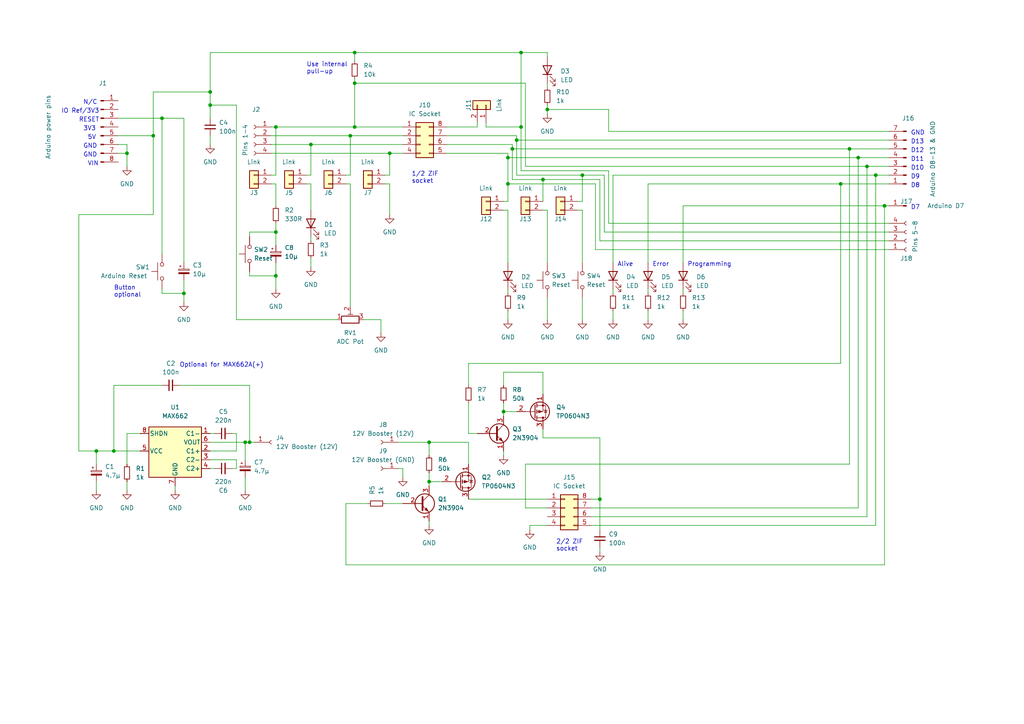
<source format=kicad_sch>
(kicad_sch (version 20211123) (generator eeschema)
  (paper "A4")
  (lib_symbols
    (symbol "Connector:Conn_01x01_Female" (pin_names (offset 1.016) hide)
      (property "Reference" "J" (at 0 2.54 0))
      (property "Value" "Conn_01x01_Female" (at 0 -2.54 0))
      (symbol "Conn_01x01_Female_1_1"
        (polyline (pts (xy -1.27 0) (xy -0.508 0)) (stroke (width 0.1524)))
        (arc (start 0 0.508) (mid -0.508 0) (end 0 -0.508) (stroke (width 0.1524)))
        (pin passive line (at -5.08 0 0) (length 3.81) (name "Pin_1") (number "1"))
      )
    )
    (symbol "Connector:Conn_01x01_Male" (pin_names (offset 1.016) hide)
      (property "Reference" "J" (at 0 2.54 0))
      (property "Value" "Conn_01x01_Male" (at 0 -2.54 0))
      (symbol "Conn_01x01_Male_1_1"
        (polyline (pts (xy 1.27 0) (xy 0.8636 0)) (stroke (width 0.1524)))
        (rectangle (start 0.8636 0.127) (end 0 -0.127) (stroke (width 0.1524)) (fill (type outline)))
        (pin passive line (at 5.08 0 180) (length 3.81) (name "Pin_1") (number "1"))
      )
    )
    (symbol "Connector:Conn_01x04_Female" (pin_names (offset 1.016) hide)
      (property "Reference" "J" (at 0 5.08 0))
      (property "Value" "Conn_01x04_Female" (at 0 -7.62 0))
      (symbol "Conn_01x04_Female_1_1"
        (arc (start 0 -4.572) (mid -0.508 -5.08) (end 0 -5.588) (stroke (width 0.1524)))
        (arc (start 0 -2.032) (mid -0.508 -2.54) (end 0 -3.048) (stroke (width 0.1524)))
        (polyline (pts (xy -1.27 -5.08) (xy -0.508 -5.08)) (stroke (width 0.1524)))
        (polyline (pts (xy -1.27 -2.54) (xy -0.508 -2.54)) (stroke (width 0.1524)))
        (polyline (pts (xy -1.27 0) (xy -0.508 0)) (stroke (width 0.1524)))
        (polyline (pts (xy -1.27 2.54) (xy -0.508 2.54)) (stroke (width 0.1524)))
        (arc (start 0 0.508) (mid -0.508 0) (end 0 -0.508) (stroke (width 0.1524)))
        (arc (start 0 3.048) (mid -0.508 2.54) (end 0 2.032) (stroke (width 0.1524)))
        (pin passive line (at -5.08 2.54 0) (length 3.81) (name "Pin_1") (number "1"))
        (pin passive line (at -5.08 0 0) (length 3.81) (name "Pin_2") (number "2"))
        (pin passive line (at -5.08 -2.54 0) (length 3.81) (name "Pin_3") (number "3"))
        (pin passive line (at -5.08 -5.08 0) (length 3.81) (name "Pin_4") (number "4"))
      )
    )
    (symbol "Connector:Conn_01x07_Male" (pin_names (offset 1.016) hide)
      (property "Reference" "J" (at 0 10.16 0))
      (property "Value" "Conn_01x07_Male" (at 0 -10.16 0))
      (symbol "Conn_01x07_Male_1_1"
        (polyline (pts (xy 1.27 -7.62) (xy 0.8636 -7.62)) (stroke (width 0.1524)))
        (polyline (pts (xy 1.27 -5.08) (xy 0.8636 -5.08)) (stroke (width 0.1524)))
        (polyline (pts (xy 1.27 -2.54) (xy 0.8636 -2.54)) (stroke (width 0.1524)))
        (polyline (pts (xy 1.27 0) (xy 0.8636 0)) (stroke (width 0.1524)))
        (polyline (pts (xy 1.27 2.54) (xy 0.8636 2.54)) (stroke (width 0.1524)))
        (polyline (pts (xy 1.27 5.08) (xy 0.8636 5.08)) (stroke (width 0.1524)))
        (polyline (pts (xy 1.27 7.62) (xy 0.8636 7.62)) (stroke (width 0.1524)))
        (rectangle (start 0.8636 -7.493) (end 0 -7.747) (stroke (width 0.1524)) (fill (type outline)))
        (rectangle (start 0.8636 -4.953) (end 0 -5.207) (stroke (width 0.1524)) (fill (type outline)))
        (rectangle (start 0.8636 -2.413) (end 0 -2.667) (stroke (width 0.1524)) (fill (type outline)))
        (rectangle (start 0.8636 0.127) (end 0 -0.127) (stroke (width 0.1524)) (fill (type outline)))
        (rectangle (start 0.8636 2.667) (end 0 2.413) (stroke (width 0.1524)) (fill (type outline)))
        (rectangle (start 0.8636 5.207) (end 0 4.953) (stroke (width 0.1524)) (fill (type outline)))
        (rectangle (start 0.8636 7.747) (end 0 7.493) (stroke (width 0.1524)) (fill (type outline)))
        (pin passive line (at 5.08 7.62 180) (length 3.81) (name "Pin_1") (number "1"))
        (pin passive line (at 5.08 5.08 180) (length 3.81) (name "Pin_2") (number "2"))
        (pin passive line (at 5.08 2.54 180) (length 3.81) (name "Pin_3") (number "3"))
        (pin passive line (at 5.08 0 180) (length 3.81) (name "Pin_4") (number "4"))
        (pin passive line (at 5.08 -2.54 180) (length 3.81) (name "Pin_5") (number "5"))
        (pin passive line (at 5.08 -5.08 180) (length 3.81) (name "Pin_6") (number "6"))
        (pin passive line (at 5.08 -7.62 180) (length 3.81) (name "Pin_7") (number "7"))
      )
    )
    (symbol "Connector:Conn_01x08_Male" (pin_names (offset 1.016) hide)
      (property "Reference" "J" (at 0 10.16 0))
      (property "Value" "Conn_01x08_Male" (at 0 -12.7 0))
      (symbol "Conn_01x08_Male_1_1"
        (polyline (pts (xy 1.27 -10.16) (xy 0.8636 -10.16)) (stroke (width 0.1524)))
        (polyline (pts (xy 1.27 -7.62) (xy 0.8636 -7.62)) (stroke (width 0.1524)))
        (polyline (pts (xy 1.27 -5.08) (xy 0.8636 -5.08)) (stroke (width 0.1524)))
        (polyline (pts (xy 1.27 -2.54) (xy 0.8636 -2.54)) (stroke (width 0.1524)))
        (polyline (pts (xy 1.27 0) (xy 0.8636 0)) (stroke (width 0.1524)))
        (polyline (pts (xy 1.27 2.54) (xy 0.8636 2.54)) (stroke (width 0.1524)))
        (polyline (pts (xy 1.27 5.08) (xy 0.8636 5.08)) (stroke (width 0.1524)))
        (polyline (pts (xy 1.27 7.62) (xy 0.8636 7.62)) (stroke (width 0.1524)))
        (rectangle (start 0.8636 -10.033) (end 0 -10.287) (stroke (width 0.1524)) (fill (type outline)))
        (rectangle (start 0.8636 -7.493) (end 0 -7.747) (stroke (width 0.1524)) (fill (type outline)))
        (rectangle (start 0.8636 -4.953) (end 0 -5.207) (stroke (width 0.1524)) (fill (type outline)))
        (rectangle (start 0.8636 -2.413) (end 0 -2.667) (stroke (width 0.1524)) (fill (type outline)))
        (rectangle (start 0.8636 0.127) (end 0 -0.127) (stroke (width 0.1524)) (fill (type outline)))
        (rectangle (start 0.8636 2.667) (end 0 2.413) (stroke (width 0.1524)) (fill (type outline)))
        (rectangle (start 0.8636 5.207) (end 0 4.953) (stroke (width 0.1524)) (fill (type outline)))
        (rectangle (start 0.8636 7.747) (end 0 7.493) (stroke (width 0.1524)) (fill (type outline)))
        (pin passive line (at 5.08 7.62 180) (length 3.81) (name "Pin_1") (number "1"))
        (pin passive line (at 5.08 5.08 180) (length 3.81) (name "Pin_2") (number "2"))
        (pin passive line (at 5.08 2.54 180) (length 3.81) (name "Pin_3") (number "3"))
        (pin passive line (at 5.08 0 180) (length 3.81) (name "Pin_4") (number "4"))
        (pin passive line (at 5.08 -2.54 180) (length 3.81) (name "Pin_5") (number "5"))
        (pin passive line (at 5.08 -5.08 180) (length 3.81) (name "Pin_6") (number "6"))
        (pin passive line (at 5.08 -7.62 180) (length 3.81) (name "Pin_7") (number "7"))
        (pin passive line (at 5.08 -10.16 180) (length 3.81) (name "Pin_8") (number "8"))
      )
    )
    (symbol "Connector_Generic:Conn_01x02" (pin_names (offset 1.016) hide)
      (property "Reference" "J" (at 0 2.54 0))
      (property "Value" "Conn_01x02" (at 0 -5.08 0))
      (symbol "Conn_01x02_1_1"
        (rectangle (start -1.27 -2.413) (end 0 -2.667) (stroke (width 0.1524)))
        (rectangle (start -1.27 0.127) (end 0 -0.127) (stroke (width 0.1524)))
        (rectangle (start -1.27 1.27) (end 1.27 -3.81) (stroke (width 0.254)) (fill (type background)))
        (pin passive line (at -5.08 0 0) (length 3.81) (name "Pin_1") (number "1"))
        (pin passive line (at -5.08 -2.54 0) (length 3.81) (name "Pin_2") (number "2"))
      )
    )
    (symbol "Connector_Generic:Conn_02x04_Counter_Clockwise" (pin_names (offset 1.016) hide)
      (property "Reference" "J" (at 1.27 5.08 0))
      (property "Value" "Conn_02x04_Counter_Clockwise" (at 1.27 -7.62 0))
      (symbol "Conn_02x04_Counter_Clockwise_1_1"
        (rectangle (start -1.27 -4.953) (end 0 -5.207) (stroke (width 0.1524)))
        (rectangle (start -1.27 -2.413) (end 0 -2.667) (stroke (width 0.1524)))
        (rectangle (start -1.27 0.127) (end 0 -0.127) (stroke (width 0.1524)))
        (rectangle (start -1.27 2.667) (end 0 2.413) (stroke (width 0.1524)))
        (rectangle (start -1.27 3.81) (end 3.81 -6.35) (stroke (width 0.254)) (fill (type background)))
        (rectangle (start 3.81 -4.953) (end 2.54 -5.207) (stroke (width 0.1524)))
        (rectangle (start 3.81 -2.413) (end 2.54 -2.667) (stroke (width 0.1524)))
        (rectangle (start 3.81 0.127) (end 2.54 -0.127) (stroke (width 0.1524)))
        (rectangle (start 3.81 2.667) (end 2.54 2.413) (stroke (width 0.1524)))
        (pin passive line (at -5.08 2.54 0) (length 3.81) (name "Pin_1") (number "1"))
        (pin passive line (at -5.08 0 0) (length 3.81) (name "Pin_2") (number "2"))
        (pin passive line (at -5.08 -2.54 0) (length 3.81) (name "Pin_3") (number "3"))
        (pin passive line (at -5.08 -5.08 0) (length 3.81) (name "Pin_4") (number "4"))
        (pin passive line (at 7.62 -5.08 180) (length 3.81) (name "Pin_5") (number "5"))
        (pin passive line (at 7.62 -2.54 180) (length 3.81) (name "Pin_6") (number "6"))
        (pin passive line (at 7.62 0 180) (length 3.81) (name "Pin_7") (number "7"))
        (pin passive line (at 7.62 2.54 180) (length 3.81) (name "Pin_8") (number "8"))
      )
    )
    (symbol "Device:C_Polarized_Small" (pin_numbers hide) (pin_names (offset 0.254) hide)
      (property "Reference" "C" (at 0.254 1.778 0))
      (property "Value" "C_Polarized_Small" (at 0.254 -2.032 0))
      (symbol "C_Polarized_Small_0_1"
        (rectangle (start -1.524 -0.3048) (end 1.524 -0.6858) (fill (type outline)))
        (rectangle (start -1.524 0.6858) (end 1.524 0.3048))
        (polyline (pts (xy -1.27 1.524) (xy -0.762 1.524)))
        (polyline (pts (xy -1.016 1.27) (xy -1.016 1.778)))
      )
      (symbol "C_Polarized_Small_1_1"
        (pin passive line (at 0 2.54 270) (length 1.8542) (name "~") (number "1"))
        (pin passive line (at 0 -2.54 90) (length 1.8542) (name "~") (number "2"))
      )
    )
    (symbol "Device:C_Small" (pin_numbers hide) (pin_names (offset 0.254) hide)
      (property "Reference" "C" (at 0.254 1.778 0))
      (property "Value" "C_Small" (at 0.254 -2.032 0))
      (symbol "C_Small_0_1"
        (polyline (pts (xy -1.524 -0.508) (xy 1.524 -0.508)) (stroke (width 0.3302)))
        (polyline (pts (xy -1.524 0.508) (xy 1.524 0.508)) (stroke (width 0.3048)))
      )
      (symbol "C_Small_1_1"
        (pin passive line (at 0 2.54 270) (length 2.032) (name "~") (number "1"))
        (pin passive line (at 0 -2.54 90) (length 2.032) (name "~") (number "2"))
      )
    )
    (symbol "Device:LED" (pin_numbers hide) (pin_names (offset 1.016) hide)
      (property "Reference" "D" (at 0 2.54 0))
      (property "Value" "LED" (at 0 -2.54 0))
      (symbol "LED_0_1"
        (polyline (pts (xy -1.27 -1.27) (xy -1.27 1.27)) (stroke (width 0.254)))
        (polyline (pts (xy -1.27 0) (xy 1.27 0)))
        (polyline (pts (xy 1.27 -1.27) (xy 1.27 1.27) (xy -1.27 0) (xy 1.27 -1.27)) (stroke (width 0.254)))
        (polyline (pts (xy -3.048 -0.762) (xy -4.572 -2.286) (xy -3.81 -2.286) (xy -4.572 -2.286) (xy -4.572 -1.524)))
        (polyline (pts (xy -1.778 -0.762) (xy -3.302 -2.286) (xy -2.54 -2.286) (xy -3.302 -2.286) (xy -3.302 -1.524)))
      )
      (symbol "LED_1_1"
        (pin passive line (at -3.81 0 0) (length 2.54) (name "K") (number "1"))
        (pin passive line (at 3.81 0 180) (length 2.54) (name "A") (number "2"))
      )
    )
    (symbol "Device:R_Potentiometer_Trim" (pin_names (offset 1.016) hide)
      (property "Reference" "RV" (at -4.445 0 90))
      (property "Value" "R_Potentiometer_Trim" (at -2.54 0 90))
      (symbol "R_Potentiometer_Trim_0_1"
        (polyline (pts (xy 1.524 0.762) (xy 1.524 -0.762)))
        (polyline (pts (xy 2.54 0) (xy 1.524 0)))
        (rectangle (start 1.016 2.54) (end -1.016 -2.54) (stroke (width 0.254)))
      )
      (symbol "R_Potentiometer_Trim_1_1"
        (pin passive line (at 0 3.81 270) (length 1.27) (name "1") (number "1"))
        (pin passive line (at 3.81 0 180) (length 1.27) (name "2") (number "2"))
        (pin passive line (at 0 -3.81 90) (length 1.27) (name "3") (number "3"))
      )
    )
    (symbol "Device:R_Small" (pin_numbers hide) (pin_names (offset 0.254) hide)
      (property "Reference" "R" (at 0.762 0.508 0))
      (property "Value" "R_Small" (at 0.762 -1.016 0))
      (symbol "R_Small_0_1"
        (rectangle (start -0.762 1.778) (end 0.762 -1.778) (stroke (width 0.2032)))
      )
      (symbol "R_Small_1_1"
        (pin passive line (at 0 2.54 270) (length 0.762) (name "~") (number "1"))
        (pin passive line (at 0 -2.54 90) (length 0.762) (name "~") (number "2"))
      )
    )
    (symbol "Regulator_Linear:MAX662" (pin_names (offset 0.254))
      (property "Reference" "U" (at -6.35 8.255 0))
      (property "Value" "MAX662" (at 0 8.255 0))
      (symbol "MAX662_0_1"
        (rectangle (start -7.62 -7.62) (end 7.62 6.985) (stroke (width 0.254)) (fill (type background)))
      )
      (symbol "MAX662_1_1"
        (pin input line (at 10.16 5.08 180) (length 2.54) (name "C1-") (number "1"))
        (pin input line (at 10.16 0 180) (length 2.54) (name "C1+") (number "2"))
        (pin input line (at 10.16 -2.54 180) (length 2.54) (name "C2-") (number "3"))
        (pin input line (at 10.16 -5.08 180) (length 2.54) (name "C2+") (number "4"))
        (pin power_in line (at -10.16 0 0) (length 2.54) (name "VCC") (number "5"))
        (pin power_out line (at 10.16 2.54 180) (length 2.54) (name "VOUT") (number "6"))
        (pin power_in line (at 0 -10.16 90) (length 2.54) (name "GND") (number "7"))
        (pin input line (at -10.16 5.08 0) (length 2.54) (name "SHDN") (number "8"))
      )
    )
    (symbol "Switch:SW_Push" (pin_numbers hide) (pin_names (offset 1.016) hide)
      (property "Reference" "SW" (at 1.27 2.54 0))
      (property "Value" "SW_Push" (at 0 -1.524 0))
      (symbol "SW_Push_0_1"
        (circle (center -2.032 0) (radius 0.508))
        (polyline (pts (xy 0 1.27) (xy 0 3.048)))
        (polyline (pts (xy 2.54 1.27) (xy -2.54 1.27)))
        (circle (center 2.032 0) (radius 0.508))
        (pin passive line (at -5.08 0 0) (length 2.54) (name "1") (number "1"))
        (pin passive line (at 5.08 0 180) (length 2.54) (name "2") (number "2"))
      )
    )
    (symbol "Transistor_BJT:2N3904" (pin_names (offset 0) hide)
      (property "Reference" "Q" (at 5.08 1.905 0))
      (property "Value" "2N3904" (at 5.08 0 0))
      (symbol "2N3904_0_1"
        (polyline (pts (xy 0.635 0.635) (xy 2.54 2.54)))
        (polyline (pts (xy 0.635 -0.635) (xy 2.54 -2.54) (xy 2.54 -2.54)))
        (polyline (pts (xy 0.635 1.905) (xy 0.635 -1.905) (xy 0.635 -1.905)) (stroke (width 0.508)))
        (polyline (pts (xy 1.27 -1.778) (xy 1.778 -1.27) (xy 2.286 -2.286) (xy 1.27 -1.778) (xy 1.27 -1.778)) (fill (type outline)))
        (circle (center 1.27 0) (radius 2.8194) (stroke (width 0.254)))
      )
      (symbol "2N3904_1_1"
        (pin passive line (at 2.54 -5.08 90) (length 2.54) (name "E") (number "1"))
        (pin passive line (at -5.08 0 0) (length 5.715) (name "B") (number "2"))
        (pin passive line (at 2.54 5.08 270) (length 2.54) (name "C") (number "3"))
      )
    )
    (symbol "Transistor_FET:TP0610L" (pin_names hide)
      (property "Reference" "Q" (at 5.08 1.905 0))
      (property "Value" "TP0610L" (at 5.08 0 0))
      (symbol "TP0610L_0_1"
        (polyline (pts (xy 0.254 0) (xy -2.54 0)))
        (polyline (pts (xy 0.254 1.905) (xy 0.254 -1.905)) (stroke (width 0.254)))
        (polyline (pts (xy 0.762 -1.27) (xy 0.762 -2.286)) (stroke (width 0.254)))
        (polyline (pts (xy 0.762 0.508) (xy 0.762 -0.508)) (stroke (width 0.254)))
        (polyline (pts (xy 0.762 2.286) (xy 0.762 1.27)) (stroke (width 0.254)))
        (polyline (pts (xy 2.54 2.54) (xy 2.54 1.778)))
        (polyline (pts (xy 2.54 -2.54) (xy 2.54 0) (xy 0.762 0)))
        (polyline (pts (xy 0.762 1.778) (xy 3.302 1.778) (xy 3.302 -1.778) (xy 0.762 -1.778)))
        (polyline (pts (xy 2.286 0) (xy 1.27 0.381) (xy 1.27 -0.381) (xy 2.286 0)) (fill (type outline)))
        (polyline (pts (xy 2.794 -0.508) (xy 2.921 -0.381) (xy 3.683 -0.381) (xy 3.81 -0.254)))
        (polyline (pts (xy 3.302 -0.381) (xy 2.921 0.254) (xy 3.683 0.254) (xy 3.302 -0.381)))
        (circle (center 1.651 0) (radius 2.794) (stroke (width 0.254)))
        (circle (center 2.54 -1.778) (radius 0.254) (fill (type outline)))
        (circle (center 2.54 1.778) (radius 0.254) (fill (type outline)))
      )
      (symbol "TP0610L_1_1"
        (pin passive line (at 2.54 -5.08 90) (length 2.54) (name "S") (number "1"))
        (pin input line (at -5.08 0 0) (length 2.54) (name "G") (number "2"))
        (pin passive line (at 2.54 5.08 270) (length 2.54) (name "D") (number "3"))
      )
    )
    (symbol "power:GND" (power) (pin_names (offset 0))
      (property "Value" "GND" (at 0 -3.81 0))
      (symbol "GND_0_1"
        (polyline (pts (xy 0 0) (xy 0 -1.27) (xy 1.27 -1.27) (xy 0 -2.54) (xy -1.27 -1.27) (xy 0 -1.27)))
      )
      (symbol "GND_1_1"
        (pin power_in line (at 0 0 270) (length 0) hide (name "GND") (number "1"))
      )
    )
  )
  (junction (at 71.12 128.27))
  (junction (at 151.13 36.83))
  (junction (at 102.87 24.13))
  (junction (at 248.92 45.72))
  (junction (at 102.87 36.83))
  (junction (at 124.46 128.27))
  (junction (at 158.75 31.75))
  (junction (at 246.38 43.18))
  (junction (at 243.84 53.34))
  (junction (at 147.32 53.34))
  (junction (at 80.01 80.01))
  (junction (at 147.32 45.72))
  (junction (at 60.96 26.67))
  (junction (at 148.59 43.18))
  (junction (at 113.03 44.45))
  (junction (at 90.17 41.91))
  (junction (at 72.39 128.27))
  (junction (at 173.99 144.78))
  (junction (at 27.94 130.81))
  (junction (at 80.01 36.83))
  (junction (at 46.99 34.29))
  (junction (at 53.34 85.09))
  (junction (at 80.01 67.31))
  (junction (at 149.86 40.64))
  (junction (at 151.13 15.24))
  (junction (at 146.05 119.38))
  (junction (at 124.46 139.7))
  (junction (at 157.48 52.07))
  (junction (at 33.02 130.81))
  (junction (at 101.6 39.37))
  (junction (at 44.45 39.37))
  (junction (at 168.91 50.8))
  (junction (at 256.54 59.69))
  (junction (at 102.87 15.24))
  (junction (at 60.96 30.48))
  (junction (at 254 50.8))
  (junction (at 36.83 44.45))
  (junction (at 251.46 48.26))
  (wire (pts (xy 135.89 134.62) (xy 135.89 128.27)))
  (wire (pts (xy 102.87 15.24) (xy 102.87 17.78)))
  (wire (pts (xy 44.45 62.23) (xy 22.86 62.23)))
  (wire (pts (xy 60.96 130.81) (xy 68.58 130.81)))
  (wire (pts (xy 151.13 15.24) (xy 151.13 36.83)))
  (wire (pts (xy 243.84 105.41) (xy 135.89 105.41)))
  (wire (pts (xy 124.46 139.7) (xy 124.46 140.97)))
  (wire (pts (xy 60.96 15.24) (xy 60.96 26.67)))
  (wire (pts (xy 53.34 81.28) (xy 53.34 85.09)))
  (wire (pts (xy 151.13 49.53) (xy 176.53 49.53)))
  (wire (pts (xy 36.83 139.7) (xy 36.83 142.24)))
  (wire (pts (xy 149.86 50.8) (xy 149.86 40.64)))
  (wire (pts (xy 135.89 144.78) (xy 158.75 144.78)))
  (wire (pts (xy 124.46 128.27) (xy 124.46 132.08)))
  (wire (pts (xy 102.87 24.13) (xy 152.4 24.13)))
  (wire (pts (xy 257.81 59.69) (xy 256.54 59.69)))
  (wire (pts (xy 68.58 30.48) (xy 60.96 30.48)))
  (wire (pts (xy 72.39 128.27) (xy 73.66 128.27)))
  (wire (pts (xy 101.6 53.34) (xy 101.6 88.9)))
  (wire (pts (xy 147.32 53.34) (xy 172.72 53.34)))
  (wire (pts (xy 140.97 35.56) (xy 140.97 36.83)))
  (wire (pts (xy 68.58 133.35) (xy 68.58 135.89)))
  (wire (pts (xy 251.46 48.26) (xy 257.81 48.26)))
  (wire (pts (xy 129.54 44.45) (xy 147.32 44.45)))
  (wire (pts (xy 173.99 144.78) (xy 171.45 144.78)))
  (wire (pts (xy 152.4 24.13) (xy 152.4 48.26)))
  (wire (pts (xy 148.59 43.18) (xy 148.59 41.91)))
  (wire (pts (xy 105.41 92.71) (xy 110.49 92.71)))
  (wire (pts (xy 151.13 15.24) (xy 158.75 15.24)))
  (wire (pts (xy 187.96 83.82) (xy 187.96 85.09)))
  (wire (pts (xy 254 152.4) (xy 171.45 152.4)))
  (wire (pts (xy 36.83 44.45) (xy 36.83 48.26)))
  (wire (pts (xy 90.17 60.96) (xy 90.17 53.34)))
  (wire (pts (xy 246.38 43.18) (xy 246.38 134.62)))
  (wire (pts (xy 90.17 41.91) (xy 116.84 41.91)))
  (wire (pts (xy 60.96 135.89) (xy 62.23 135.89)))
  (wire (pts (xy 78.74 53.34) (xy 80.01 53.34)))
  (wire (pts (xy 158.75 60.96) (xy 157.48 60.96)))
  (wire (pts (xy 149.86 50.8) (xy 168.91 50.8)))
  (wire (pts (xy 60.96 125.73) (xy 62.23 125.73)))
  (wire (pts (xy 152.4 134.62) (xy 152.4 147.32)))
  (wire (pts (xy 80.01 76.2) (xy 80.01 80.01)))
  (wire (pts (xy 60.96 39.37) (xy 60.96 41.91)))
  (wire (pts (xy 243.84 53.34) (xy 187.96 53.34)))
  (wire (pts (xy 158.75 24.13) (xy 158.75 25.4)))
  (wire (pts (xy 80.01 80.01) (xy 72.39 80.01)))
  (wire (pts (xy 187.96 90.17) (xy 187.96 92.71)))
  (wire (pts (xy 80.01 67.31) (xy 80.01 71.12)))
  (wire (pts (xy 149.86 40.64) (xy 149.86 39.37)))
  (wire (pts (xy 140.97 36.83) (xy 151.13 36.83)))
  (wire (pts (xy 36.83 41.91) (xy 36.83 44.45)))
  (wire (pts (xy 157.48 107.95) (xy 146.05 107.95)))
  (wire (pts (xy 172.72 72.39) (xy 257.81 72.39)))
  (wire (pts (xy 158.75 86.36) (xy 158.75 92.71)))
  (wire (pts (xy 129.54 36.83) (xy 138.43 36.83)))
  (wire (pts (xy 177.8 50.8) (xy 177.8 76.2)))
  (wire (pts (xy 101.6 50.8) (xy 101.6 39.37)))
  (wire (pts (xy 116.84 135.89) (xy 116.84 138.43)))
  (wire (pts (xy 152.4 48.26) (xy 251.46 48.26)))
  (wire (pts (xy 90.17 74.93) (xy 90.17 77.47)))
  (wire (pts (xy 72.39 67.31) (xy 80.01 67.31)))
  (wire (pts (xy 46.99 34.29) (xy 46.99 73.66)))
  (wire (pts (xy 147.32 92.71) (xy 147.32 90.17)))
  (wire (pts (xy 246.38 43.18) (xy 257.81 43.18)))
  (wire (pts (xy 146.05 130.81) (xy 146.05 132.08)))
  (wire (pts (xy 149.86 40.64) (xy 257.81 40.64)))
  (wire (pts (xy 147.32 53.34) (xy 147.32 45.72)))
  (wire (pts (xy 175.26 50.8) (xy 175.26 67.31)))
  (wire (pts (xy 124.46 137.16) (xy 124.46 139.7)))
  (wire (pts (xy 152.4 147.32) (xy 158.75 147.32)))
  (wire (pts (xy 111.76 146.05) (xy 116.84 146.05)))
  (wire (pts (xy 146.05 107.95) (xy 146.05 111.76)))
  (wire (pts (xy 158.75 76.2) (xy 158.75 60.96)))
  (wire (pts (xy 71.12 128.27) (xy 72.39 128.27)))
  (wire (pts (xy 198.12 59.69) (xy 198.12 76.2)))
  (wire (pts (xy 80.01 80.01) (xy 80.01 83.82)))
  (wire (pts (xy 257.81 50.8) (xy 254 50.8)))
  (wire (pts (xy 115.57 135.89) (xy 116.84 135.89)))
  (wire (pts (xy 52.07 111.76) (xy 72.39 111.76)))
  (wire (pts (xy 33.02 130.81) (xy 27.94 130.81)))
  (wire (pts (xy 146.05 119.38) (xy 149.86 119.38)))
  (wire (pts (xy 135.89 125.73) (xy 135.89 116.84)))
  (wire (pts (xy 80.01 53.34) (xy 80.01 59.69)))
  (wire (pts (xy 111.76 50.8) (xy 113.03 50.8)))
  (wire (pts (xy 67.31 125.73) (xy 68.58 125.73)))
  (wire (pts (xy 248.92 45.72) (xy 257.81 45.72)))
  (wire (pts (xy 173.99 127) (xy 173.99 144.78)))
  (wire (pts (xy 157.48 127) (xy 173.99 127)))
  (wire (pts (xy 102.87 36.83) (xy 116.84 36.83)))
  (wire (pts (xy 102.87 22.86) (xy 102.87 24.13)))
  (wire (pts (xy 147.32 58.42) (xy 146.05 58.42)))
  (wire (pts (xy 101.6 39.37) (xy 116.84 39.37)))
  (wire (pts (xy 60.96 26.67) (xy 60.96 30.48)))
  (wire (pts (xy 102.87 15.24) (xy 151.13 15.24)))
  (wire (pts (xy 187.96 53.34) (xy 187.96 76.2)))
  (wire (pts (xy 135.89 105.41) (xy 135.89 111.76)))
  (wire (pts (xy 34.29 44.45) (xy 36.83 44.45)))
  (wire (pts (xy 173.99 153.67) (xy 173.99 144.78)))
  (wire (pts (xy 113.03 62.23) (xy 113.03 53.34)))
  (wire (pts (xy 256.54 163.83) (xy 100.33 163.83)))
  (wire (pts (xy 173.99 52.07) (xy 173.99 69.85)))
  (wire (pts (xy 157.48 124.46) (xy 157.48 127)))
  (wire (pts (xy 148.59 52.07) (xy 157.48 52.07)))
  (wire (pts (xy 248.92 147.32) (xy 171.45 147.32)))
  (wire (pts (xy 60.96 128.27) (xy 71.12 128.27)))
  (wire (pts (xy 44.45 39.37) (xy 34.29 39.37)))
  (wire (pts (xy 256.54 59.69) (xy 198.12 59.69)))
  (wire (pts (xy 254 50.8) (xy 254 152.4)))
  (wire (pts (xy 157.48 114.3) (xy 157.48 107.95)))
  (wire (pts (xy 124.46 139.7) (xy 128.27 139.7)))
  (wire (pts (xy 168.91 86.36) (xy 168.91 92.71)))
  (wire (pts (xy 177.8 90.17) (xy 177.8 92.71)))
  (wire (pts (xy 176.53 31.75) (xy 176.53 38.1)))
  (wire (pts (xy 113.03 50.8) (xy 113.03 44.45)))
  (wire (pts (xy 135.89 128.27) (xy 124.46 128.27)))
  (wire (pts (xy 246.38 134.62) (xy 152.4 134.62)))
  (wire (pts (xy 151.13 36.83) (xy 151.13 49.53)))
  (wire (pts (xy 251.46 149.86) (xy 171.45 149.86)))
  (wire (pts (xy 168.91 60.96) (xy 167.64 60.96)))
  (wire (pts (xy 60.96 133.35) (xy 68.58 133.35)))
  (wire (pts (xy 147.32 83.82) (xy 147.32 85.09)))
  (wire (pts (xy 177.8 83.82) (xy 177.8 85.09)))
  (wire (pts (xy 80.01 64.77) (xy 80.01 67.31)))
  (wire (pts (xy 175.26 67.31) (xy 257.81 67.31)))
  (wire (pts (xy 168.91 58.42) (xy 168.91 50.8)))
  (wire (pts (xy 157.48 52.07) (xy 173.99 52.07)))
  (wire (pts (xy 157.48 52.07) (xy 157.48 58.42)))
  (wire (pts (xy 53.34 85.09) (xy 53.34 87.63)))
  (wire (pts (xy 46.99 34.29) (xy 53.34 34.29)))
  (wire (pts (xy 90.17 68.58) (xy 90.17 69.85)))
  (wire (pts (xy 257.81 64.77) (xy 176.53 64.77)))
  (wire (pts (xy 172.72 53.34) (xy 172.72 72.39)))
  (wire (pts (xy 129.54 39.37) (xy 149.86 39.37)))
  (wire (pts (xy 168.91 50.8) (xy 175.26 50.8)))
  (wire (pts (xy 148.59 43.18) (xy 148.59 52.07)))
  (wire (pts (xy 198.12 90.17) (xy 198.12 92.71)))
  (wire (pts (xy 147.32 53.34) (xy 147.32 58.42)))
  (wire (pts (xy 147.32 60.96) (xy 147.32 76.2)))
  (wire (pts (xy 124.46 151.13) (xy 124.46 152.4)))
  (wire (pts (xy 46.99 111.76) (xy 33.02 111.76)))
  (wire (pts (xy 22.86 62.23) (xy 22.86 130.81)))
  (wire (pts (xy 147.32 45.72) (xy 248.92 45.72)))
  (wire (pts (xy 113.03 44.45) (xy 116.84 44.45)))
  (wire (pts (xy 102.87 24.13) (xy 102.87 36.83)))
  (wire (pts (xy 53.34 34.29) (xy 53.34 76.2)))
  (wire (pts (xy 78.74 44.45) (xy 113.03 44.45)))
  (wire (pts (xy 78.74 41.91) (xy 90.17 41.91)))
  (wire (pts (xy 71.12 128.27) (xy 71.12 133.35)))
  (wire (pts (xy 110.49 92.71) (xy 110.49 96.52)))
  (wire (pts (xy 80.01 36.83) (xy 80.01 50.8)))
  (wire (pts (xy 100.33 53.34) (xy 101.6 53.34)))
  (wire (pts (xy 40.64 125.73) (xy 36.83 125.73)))
  (wire (pts (xy 68.58 92.71) (xy 97.79 92.71)))
  (wire (pts (xy 158.75 31.75) (xy 176.53 31.75)))
  (wire (pts (xy 90.17 50.8) (xy 90.17 41.91)))
  (wire (pts (xy 46.99 83.82) (xy 46.99 85.09)))
  (wire (pts (xy 254 50.8) (xy 177.8 50.8)))
  (wire (pts (xy 198.12 83.82) (xy 198.12 85.09)))
  (wire (pts (xy 27.94 139.7) (xy 27.94 142.24)))
  (wire (pts (xy 78.74 36.83) (xy 80.01 36.83)))
  (wire (pts (xy 168.91 76.2) (xy 168.91 60.96)))
  (wire (pts (xy 40.64 130.81) (xy 33.02 130.81)))
  (wire (pts (xy 78.74 39.37) (xy 101.6 39.37)))
  (wire (pts (xy 100.33 163.83) (xy 100.33 146.05)))
  (wire (pts (xy 146.05 116.84) (xy 146.05 119.38)))
  (wire (pts (xy 71.12 138.43) (xy 71.12 142.24)))
  (wire (pts (xy 100.33 146.05) (xy 106.68 146.05)))
  (wire (pts (xy 256.54 59.69) (xy 256.54 163.83)))
  (wire (pts (xy 46.99 85.09) (xy 53.34 85.09)))
  (wire (pts (xy 173.99 160.02) (xy 173.99 158.75)))
  (wire (pts (xy 44.45 26.67) (xy 44.45 39.37)))
  (wire (pts (xy 44.45 39.37) (xy 44.45 62.23)))
  (wire (pts (xy 138.43 36.83) (xy 138.43 35.56)))
  (wire (pts (xy 60.96 30.48) (xy 60.96 34.29)))
  (wire (pts (xy 146.05 119.38) (xy 146.05 120.65)))
  (wire (pts (xy 176.53 38.1) (xy 257.81 38.1)))
  (wire (pts (xy 167.64 58.42) (xy 168.91 58.42)))
  (wire (pts (xy 68.58 30.48) (xy 68.58 92.71)))
  (wire (pts (xy 88.9 50.8) (xy 90.17 50.8)))
  (wire (pts (xy 115.57 128.27) (xy 124.46 128.27)))
  (wire (pts (xy 22.86 130.81) (xy 27.94 130.81)))
  (wire (pts (xy 78.74 50.8) (xy 80.01 50.8)))
  (wire (pts (xy 148.59 43.18) (xy 246.38 43.18)))
  (wire (pts (xy 113.03 53.34) (xy 111.76 53.34)))
  (wire (pts (xy 34.29 34.29) (xy 46.99 34.29)))
  (wire (pts (xy 129.54 41.91) (xy 148.59 41.91)))
  (wire (pts (xy 67.31 135.89) (xy 68.58 135.89)))
  (wire (pts (xy 248.92 45.72) (xy 248.92 147.32)))
  (wire (pts (xy 158.75 15.24) (xy 158.75 16.51)))
  (wire (pts (xy 257.81 69.85) (xy 173.99 69.85)))
  (wire (pts (xy 138.43 125.73) (xy 135.89 125.73)))
  (wire (pts (xy 243.84 105.41) (xy 243.84 53.34)))
  (wire (pts (xy 72.39 68.58) (xy 72.39 67.31)))
  (wire (pts (xy 100.33 50.8) (xy 101.6 50.8)))
  (wire (pts (xy 251.46 48.26) (xy 251.46 149.86)))
  (wire (pts (xy 72.39 80.01) (xy 72.39 78.74)))
  (wire (pts (xy 146.05 60.96) (xy 147.32 60.96)))
  (wire (pts (xy 60.96 15.24) (xy 102.87 15.24)))
  (wire (pts (xy 34.29 41.91) (xy 36.83 41.91)))
  (wire (pts (xy 176.53 49.53) (xy 176.53 64.77)))
  (wire (pts (xy 90.17 53.34) (xy 88.9 53.34)))
  (wire (pts (xy 36.83 125.73) (xy 36.83 134.62)))
  (wire (pts (xy 72.39 111.76) (xy 72.39 128.27)))
  (wire (pts (xy 158.75 31.75) (xy 158.75 33.02)))
  (wire (pts (xy 44.45 26.67) (xy 60.96 26.67)))
  (wire (pts (xy 158.75 152.4) (xy 153.67 152.4)))
  (wire (pts (xy 33.02 111.76) (xy 33.02 130.81)))
  (wire (pts (xy 257.81 53.34) (xy 243.84 53.34)))
  (wire (pts (xy 80.01 36.83) (xy 102.87 36.83)))
  (wire (pts (xy 153.67 152.4) (xy 153.67 153.67)))
  (wire (pts (xy 50.8 140.97) (xy 50.8 142.24)))
  (wire (pts (xy 27.94 130.81) (xy 27.94 134.62)))
  (wire (pts (xy 68.58 125.73) (xy 68.58 130.81)))
  (wire (pts (xy 147.32 45.72) (xy 147.32 44.45)))
  (wire (pts (xy 158.75 30.48) (xy 158.75 31.75)))
  (text "VIN" (at 25.4 48.26 0) (effects (font (size 1.27 1.27)) (justify left bottom)))
  (text "2/2 ZIF\nsocket" (at 161.29 160.02 0) (effects (font (size 1.27 1.27)) (justify left bottom)))
  (text "5V" (at 25.4 40.64 0) (effects (font (size 1.27 1.27)) (justify left bottom)))
  (text "N/C" (at 24.13 30.48 0) (effects (font (size 1.27 1.27)) (justify left bottom)))
  (text "D13" (at 264.16 41.91 0) (effects (font (size 1.27 1.27)) (justify left bottom)))
  (text "Optional for MAX662A(+)" (at 52.07 106.68 0) (effects (font (size 1.27 1.27)) (justify left bottom)))
  (text "GND" (at 24.13 45.72 0) (effects (font (size 1.27 1.27)) (justify left bottom)))
  (text "D10" (at 264.16 49.53 0) (effects (font (size 1.27 1.27)) (justify left bottom)))
  (text "1/2 ZIF\nsocket" (at 119.38 53.34 0) (effects (font (size 1.27 1.27)) (justify left bottom)))
  (text "D9" (at 264.16 52.07 0) (effects (font (size 1.27 1.27)) (justify left bottom)))
  (text "Programming" (at 199.39 77.47 0) (effects (font (size 1.27 1.27)) (justify left bottom)))
  (text "Button\noptional" (at 33.02 86.36 0) (effects (font (size 1.27 1.27)) (justify left bottom)))
  (text "GND" (at 24.13 43.18 0) (effects (font (size 1.27 1.27)) (justify left bottom)))
  (text "D7" (at 264.16 60.96 0) (effects (font (size 1.27 1.27)) (justify left bottom)))
  (text "RESET" (at 22.86 35.56 0) (effects (font (size 1.27 1.27)) (justify left bottom)))
  (text "D12" (at 264.16 44.45 0) (effects (font (size 1.27 1.27)) (justify left bottom)))
  (text "Error" (at 189.23 77.47 0) (effects (font (size 1.27 1.27)) (justify left bottom)))
  (text "GND" (at 264.16 39.37 0) (effects (font (size 1.27 1.27)) (justify left bottom)))
  (text "Alive" (at 179.07 77.47 0) (effects (font (size 1.27 1.27)) (justify left bottom)))
  (text "3V3" (at 24.13 38.1 0) (effects (font (size 1.27 1.27)) (justify left bottom)))
  (text "D8" (at 264.16 54.61 0) (effects (font (size 1.27 1.27)) (justify left bottom)))
  (text "D11" (at 264.16 46.99 0) (effects (font (size 1.27 1.27)) (justify left bottom)))
  (text "Use internal\npull-up" (at 88.9 21.59 0) (effects (font (size 1.27 1.27)) (justify left bottom)))
  (text "IO Ref/3V3" (at 17.78 33.02 0) (effects (font (size 1.27 1.27)) (justify left bottom)))
  (symbol (lib_id "Switch:SW_Push") (at 72.39 73.66 90) (unit 1)
    (property "Reference" "SW2" (at 73.66 72.3899 90) (effects (justify right)))
    (property "Value" "Reset" (at 73.66 74.9299 90) (effects (justify right)))
  )
  (symbol (lib_id "Connector_Generic:Conn_01x02") (at 95.25 50.8 0) (mirror y) (unit 1)
    (property "Reference" "J6" (at 95.25 55.88 0))
    (property "Value" "Link" (at 95.25 46.99 0))
  )
  (symbol (lib_id "power:GND") (at 53.34 87.63 0) (unit 1)
    (property "Reference" "#PWR05" (effects hide))
    (property "Value" "GND" (at 53.34 92.71 0))
  )
  (symbol (lib_id "Device:C_Small") (at 64.77 135.89 90) (unit 1)
    (property "Reference" "C6" (at 64.77 142.24 90))
    (property "Value" "220n" (at 64.77 139.7 90))
  )
  (symbol (lib_id "power:GND") (at 173.99 160.02 0) (unit 1)
    (property "Reference" "#PWR020" (effects hide))
    (property "Value" "GND" (at 173.99 165.1 0))
  )
  (symbol (lib_id "Connector_Generic:Conn_01x02") (at 83.82 50.8 0) (mirror y) (unit 1)
    (property "Reference" "J5" (at 83.82 55.88 0))
    (property "Value" "Link" (at 83.82 46.99 0))
  )
  (symbol (lib_id "Device:LED") (at 147.32 80.01 90) (unit 1)
    (property "Reference" "D2" (at 151.13 80.3274 90) (effects (justify right)))
    (property "Value" "LED" (at 151.13 82.8674 90) (effects (justify right)))
  )
  (symbol (lib_id "Device:R_Small") (at 158.75 27.94 0) (unit 1)
    (property "Reference" "R10" (at 161.29 26.6699 0) (effects (justify left)))
    (property "Value" "1k" (at 161.29 29.2099 0) (effects (justify left)))
  )
  (symbol (lib_id "Transistor_FET:TP0610L") (at 154.94 119.38 0) (mirror x) (unit 1)
    (property "Reference" "Q4" (at 161.29 118.1099 0) (effects (justify left)))
    (property "Value" "TP0604N3" (at 161.29 120.6499 0) (effects (justify left)))
    (property "Footprint" "Package_TO_SOT_THT:TO-92L_Inline" (effects hide))
    (property "Datasheet" "http://www.vishay.com/docs/70209/70209.pdf" (effects hide))
  )
  (symbol (lib_id "power:GND") (at 124.46 152.4 0) (unit 1)
    (property "Reference" "#PWR013" (effects hide))
    (property "Value" "GND" (at 124.46 157.48 0))
  )
  (symbol (lib_id "power:GND") (at 187.96 92.71 0) (unit 1)
    (property "Reference" "#PWR022" (effects hide))
    (property "Value" "GND" (at 187.96 97.79 0))
  )
  (symbol (lib_id "Connector_Generic:Conn_01x02") (at 106.68 50.8 0) (mirror y) (unit 1)
    (property "Reference" "J7" (at 106.68 55.88 0))
    (property "Value" "Link" (at 106.68 46.99 0))
  )
  (symbol (lib_id "Device:R_Small") (at 36.83 137.16 0) (unit 1)
    (property "Reference" "R1" (at 39.37 135.8899 0) (effects (justify left)))
    (property "Value" "1k" (at 39.37 138.4299 0) (effects (justify left)))
  )
  (symbol (lib_id "power:GND") (at 158.75 92.71 0) (unit 1)
    (property "Reference" "#PWR018" (effects hide))
    (property "Value" "GND" (at 158.75 97.79 0))
  )
  (symbol (lib_id "Device:LED") (at 90.17 64.77 90) (unit 1)
    (property "Reference" "D1" (at 93.98 65.0874 90) (effects (justify right)))
    (property "Value" "LED" (at 93.98 67.6274 90) (effects (justify right)))
  )
  (symbol (lib_id "Transistor_FET:TP0610L") (at 133.35 139.7 0) (mirror x) (unit 1)
    (property "Reference" "Q2" (at 139.7 138.4299 0) (effects (justify left)))
    (property "Value" "TP0604N3" (at 139.7 140.9699 0) (effects (justify left)))
    (property "Footprint" "Package_TO_SOT_THT:TO-92L_Inline" (effects hide))
    (property "Datasheet" "http://www.vishay.com/docs/70209/70209.pdf" (effects hide))
  )
  (symbol (lib_id "power:GND") (at 80.01 83.82 0) (unit 1)
    (property "Reference" "#PWR08" (effects hide))
    (property "Value" "GND" (at 80.01 88.9 0))
  )
  (symbol (lib_id "Regulator_Linear:MAX662") (at 50.8 130.81 0) (unit 1)
    (property "Reference" "U1" (at 50.8 118.11 0))
    (property "Value" "MAX662" (at 50.8 120.65 0))
    (property "Datasheet" "https://www.analog.com/media/en/technical-documentation/data-sheets/MAX662A.pdf" (effects hide))
  )
  (symbol (lib_id "power:GND") (at 177.8 92.71 0) (unit 1)
    (property "Reference" "#PWR021" (effects hide))
    (property "Value" "GND" (at 177.8 97.79 0))
  )
  (symbol (lib_id "Connector:Conn_01x07_Male") (at 262.89 45.72 180) (unit 1)
    (property "Reference" "J16" (at 261.62 34.29 0) (effects (justify right)))
    (property "Value" "Arduino D8-13 & GND" (at 270.51 57.15 90) (effects (justify right)))
  )
  (symbol (lib_id "Device:R_Small") (at 124.46 134.62 0) (unit 1)
    (property "Reference" "R6" (at 127 133.3499 0) (effects (justify left)))
    (property "Value" "50k" (at 127 135.8899 0) (effects (justify left)))
  )
  (symbol (lib_id "Device:C_Polarized_Small") (at 71.12 135.89 0) (unit 1)
    (property "Reference" "C7" (at 73.66 134.0738 0) (effects (justify left)))
    (property "Value" "4.7µ" (at 73.66 136.6138 0) (effects (justify left)))
  )
  (symbol (lib_id "Device:LED") (at 187.96 80.01 90) (unit 1)
    (property "Reference" "D5" (at 191.77 80.3274 90) (effects (justify right)))
    (property "Value" "LED" (at 191.77 82.8674 90) (effects (justify right)))
  )
  (symbol (lib_id "Connector:Conn_01x08_Male") (at 29.21 36.83 0) (unit 1)
    (property "Reference" "J1" (at 29.845 24.13 0))
    (property "Value" "Arduino power pins" (at 13.97 36.83 90))
  )
  (symbol (lib_id "Connector_Generic:Conn_01x02") (at 140.97 30.48 270) (mirror x) (unit 1)
    (property "Reference" "J11" (at 135.89 30.48 0))
    (property "Value" "Link" (at 144.78 30.48 0))
  )
  (symbol (lib_id "Device:C_Polarized_Small") (at 80.01 73.66 0) (unit 1)
    (property "Reference" "C8" (at 82.55 71.8438 0) (effects (justify left)))
    (property "Value" "10µ" (at 82.55 74.3838 0) (effects (justify left)))
  )
  (symbol (lib_id "power:GND") (at 27.94 142.24 0) (unit 1)
    (property "Reference" "#PWR01" (effects hide))
    (property "Value" "GND" (at 27.94 147.32 0))
  )
  (symbol (lib_id "Device:C_Polarized_Small") (at 27.94 137.16 0) (unit 1)
    (property "Reference" "C1" (at 30.48 135.3438 0) (effects (justify left)))
    (property "Value" "4.7µ" (at 30.48 137.8838 0) (effects (justify left)))
  )
  (symbol (lib_id "power:GND") (at 147.32 92.71 0) (unit 1)
    (property "Reference" "#PWR015" (effects hide))
    (property "Value" "GND" (at 147.32 97.79 0))
  )
  (symbol (lib_id "power:GND") (at 110.49 96.52 0) (unit 1)
    (property "Reference" "#PWR010" (effects hide))
    (property "Value" "GND" (at 110.49 101.6 0))
  )
  (symbol (lib_id "Device:LED") (at 198.12 80.01 90) (unit 1)
    (property "Reference" "D6" (at 201.93 80.3274 90) (effects (justify right)))
    (property "Value" "LED" (at 201.93 82.8674 90) (effects (justify right)))
  )
  (symbol (lib_id "Transistor_BJT:2N3904") (at 121.92 146.05 0) (unit 1)
    (property "Reference" "Q1" (at 127 144.7799 0) (effects (justify left)))
    (property "Value" "2N3904" (at 127 147.3199 0) (effects (justify left)))
    (property "Footprint" "Package_TO_SOT_THT:TO-92_Inline" (effects hide))
    (property "Datasheet" "https://www.onsemi.com/pub/Collateral/2N3903-D.PDF" (effects hide))
  )
  (symbol (lib_id "Connector:Conn_01x01_Male") (at 262.89 59.69 0) (mirror y) (unit 1)
    (property "Reference" "J17" (at 262.89 58.42 0))
    (property "Value" "Arduino D7" (at 274.32 59.69 0))
  )
  (symbol (lib_id "power:GND") (at 198.12 92.71 0) (unit 1)
    (property "Reference" "#PWR023" (effects hide))
    (property "Value" "GND" (at 198.12 97.79 0))
  )
  (symbol (lib_id "power:GND") (at 71.12 142.24 0) (unit 1)
    (property "Reference" "#PWR07" (effects hide))
    (property "Value" "GND" (at 71.12 147.32 0))
  )
  (symbol (lib_id "Connector:Conn_01x01_Female") (at 110.49 128.27 180) (unit 1)
    (property "Reference" "J8" (at 111.125 123.19 0))
    (property "Value" "12V Booster (12V)" (at 111.125 125.73 0))
  )
  (symbol (lib_id "Device:R_Small") (at 198.12 87.63 0) (unit 1)
    (property "Reference" "R13" (at 200.66 86.3599 0) (effects (justify left)))
    (property "Value" "1k" (at 200.66 88.8999 0) (effects (justify left)))
  )
  (symbol (lib_id "Connector_Generic:Conn_02x04_Counter_Clockwise") (at 121.92 39.37 0) (unit 1)
    (property "Reference" "J10" (at 123.19 30.48 0))
    (property "Value" "IC Socket" (at 123.19 33.02 0))
  )
  (symbol (lib_id "Connector_Generic:Conn_01x02") (at 152.4 58.42 0) (mirror y) (unit 1)
    (property "Reference" "J13" (at 152.4 63.5 0))
    (property "Value" "Link" (at 152.4 54.61 0))
  )
  (symbol (lib_id "Connector:Conn_01x01_Female") (at 78.74 128.27 0) (unit 1)
    (property "Reference" "J4" (at 80.01 126.9999 0) (effects (justify left)))
    (property "Value" "12V Booster (12V)" (at 80.01 129.5399 0) (effects (justify left)))
  )
  (symbol (lib_id "Switch:SW_Push") (at 46.99 78.74 90) (unit 1)
    (property "Reference" "SW1" (at 39.37 77.47 90) (effects (justify right)))
    (property "Value" "Arduino Reset" (at 29.21 80.01 90) (effects (justify right)))
  )
  (symbol (lib_id "Device:R_Small") (at 187.96 87.63 0) (unit 1)
    (property "Reference" "R12" (at 190.5 86.3599 0) (effects (justify left)))
    (property "Value" "1k" (at 190.5 88.8999 0) (effects (justify left)))
  )
  (symbol (lib_id "power:GND") (at 168.91 92.71 0) (unit 1)
    (property "Reference" "#PWR019" (effects hide))
    (property "Value" "GND" (at 168.91 97.79 0))
  )
  (symbol (lib_id "power:GND") (at 146.05 132.08 0) (unit 1)
    (property "Reference" "#PWR014" (effects hide))
    (property "Value" "GND" (at 146.05 137.16 0))
  )
  (symbol (lib_id "Device:C_Small") (at 64.77 125.73 90) (unit 1)
    (property "Reference" "C5" (at 64.77 119.38 90))
    (property "Value" "220n" (at 64.7763 121.92 90))
  )
  (symbol (lib_id "power:GND") (at 36.83 142.24 0) (unit 1)
    (property "Reference" "#PWR03" (effects hide))
    (property "Value" "GND" (at 36.83 147.32 0))
  )
  (symbol (lib_id "Device:R_Small") (at 147.32 87.63 0) (unit 1)
    (property "Reference" "R9" (at 149.86 86.3599 0) (effects (justify left)))
    (property "Value" "1k" (at 149.86 88.8999 0) (effects (justify left)))
  )
  (symbol (lib_id "Connector_Generic:Conn_01x02") (at 73.66 50.8 0) (mirror y) (unit 1)
    (property "Reference" "J3" (at 73.66 55.88 0))
    (property "Value" "Link" (at 73.66 46.99 0))
  )
  (symbol (lib_id "Device:C_Small") (at 173.99 156.21 0) (unit 1)
    (property "Reference" "C9" (at 176.53 154.9462 0) (effects (justify left)))
    (property "Value" "100n" (at 176.53 157.4862 0) (effects (justify left)))
  )
  (symbol (lib_id "Connector_Generic:Conn_02x04_Counter_Clockwise") (at 163.83 147.32 0) (unit 1)
    (property "Reference" "J15" (at 165.1 138.43 0))
    (property "Value" "IC Socket" (at 165.1 140.97 0))
  )
  (symbol (lib_id "Switch:SW_Push") (at 158.75 81.28 90) (unit 1)
    (property "Reference" "SW3" (at 160.02 80.0099 90) (effects (justify right)))
    (property "Value" "Reset" (at 160.02 82.5499 90) (effects (justify right)))
  )
  (symbol (lib_id "power:GND") (at 158.75 33.02 0) (unit 1)
    (property "Reference" "#PWR017" (effects hide))
    (property "Value" "GND" (at 158.75 38.1 0))
  )
  (symbol (lib_id "Device:LED") (at 177.8 80.01 90) (unit 1)
    (property "Reference" "D4" (at 181.61 80.3274 90) (effects (justify right)))
    (property "Value" "LED" (at 181.61 82.8674 90) (effects (justify right)))
  )
  (symbol (lib_id "Device:R_Small") (at 135.89 114.3 0) (unit 1)
    (property "Reference" "R7" (at 138.43 113.0299 0) (effects (justify left)))
    (property "Value" "1k" (at 138.43 115.5699 0) (effects (justify left)))
  )
  (symbol (lib_id "Device:R_Small") (at 102.87 20.32 0) (unit 1)
    (property "Reference" "R4" (at 105.41 19.0499 0) (effects (justify left)))
    (property "Value" "10k" (at 105.41 21.5899 0) (effects (justify left)))
  )
  (symbol (lib_id "power:GND") (at 113.03 62.23 0) (unit 1)
    (property "Reference" "#PWR011" (effects hide))
    (property "Value" "GND" (at 113.03 67.31 0))
  )
  (symbol (lib_id "Connector_Generic:Conn_01x02") (at 162.56 58.42 0) (mirror y) (unit 1)
    (property "Reference" "J14" (at 162.56 63.5 0))
    (property "Value" "Link" (at 162.56 54.61 0))
  )
  (symbol (lib_id "Device:R_Small") (at 80.01 62.23 0) (unit 1)
    (property "Reference" "R2" (at 82.55 60.9599 0) (effects (justify left)))
    (property "Value" "330R" (at 82.55 63.4999 0) (effects (justify left)))
  )
  (symbol (lib_id "power:GND") (at 60.96 41.91 0) (unit 1)
    (property "Reference" "#PWR06" (effects hide))
    (property "Value" "GND" (at 60.96 46.99 0))
  )
  (symbol (lib_id "Device:R_Potentiometer_Trim") (at 101.6 92.71 90) (unit 1)
    (property "Reference" "RV1" (at 101.6 96.52 90))
    (property "Value" "ADC Pot" (at 101.6 99.06 90))
  )
  (symbol (lib_id "power:GND") (at 90.17 77.47 0) (unit 1)
    (property "Reference" "#PWR09" (effects hide))
    (property "Value" "GND" (at 90.17 82.55 0))
  )
  (symbol (lib_id "Connector:Conn_01x04_Female") (at 262.89 69.85 0) (mirror x) (unit 1)
    (property "Reference" "J18" (at 262.89 74.93 0))
    (property "Value" "Pins 5-8" (at 265.43 68.58 90))
  )
  (symbol (lib_id "power:GND") (at 36.83 48.26 0) (unit 1)
    (property "Reference" "#PWR02" (effects hide))
    (property "Value" "GND" (at 36.83 53.34 0))
  )
  (symbol (lib_id "Device:LED") (at 158.75 20.32 90) (unit 1)
    (property "Reference" "D3" (at 162.56 20.6374 90) (effects (justify right)))
    (property "Value" "LED" (at 162.56 23.1774 90) (effects (justify right)))
  )
  (symbol (lib_id "Transistor_BJT:2N3904") (at 143.51 125.73 0) (unit 1)
    (property "Reference" "Q3" (at 148.59 124.4599 0) (effects (justify left)))
    (property "Value" "2N3904" (at 148.59 126.9999 0) (effects (justify left)))
    (property "Footprint" "Package_TO_SOT_THT:TO-92_Inline" (effects hide))
    (property "Datasheet" "https://www.onsemi.com/pub/Collateral/2N3903-D.PDF" (effects hide))
  )
  (symbol (lib_id "power:GND") (at 153.67 153.67 0) (unit 1)
    (property "Reference" "#PWR016" (effects hide))
    (property "Value" "GND" (at 153.67 158.75 0))
  )
  (symbol (lib_id "Connector:Conn_01x04_Female") (at 73.66 39.37 0) (mirror y) (unit 1)
    (property "Reference" "J2" (at 74.295 31.75 0))
    (property "Value" "Pins 1-4" (at 71.12 40.64 90))
  )
  (symbol (lib_id "Device:C_Small") (at 60.96 36.83 0) (unit 1)
    (property "Reference" "C4" (at 63.5 35.5662 0) (effects (justify left)))
    (property "Value" "100n" (at 63.5 38.1062 0) (effects (justify left)))
  )
  (symbol (lib_id "power:GND") (at 116.84 138.43 0) (unit 1)
    (property "Reference" "#PWR012" (effects hide))
    (property "Value" "GND" (at 116.84 143.51 0))
  )
  (symbol (lib_id "Switch:SW_Push") (at 168.91 81.28 90) (unit 1)
    (property "Reference" "SW4" (at 170.18 80.0099 90) (effects (justify right)))
    (property "Value" "Reset" (at 170.18 82.5499 90) (effects (justify right)))
  )
  (symbol (lib_id "power:GND") (at 50.8 142.24 0) (unit 1)
    (property "Reference" "#PWR04" (effects hide))
    (property "Value" "GND" (at 50.8 147.32 0))
  )
  (symbol (lib_id "Device:C_Small") (at 49.53 111.76 90) (unit 1)
    (property "Reference" "C2" (at 49.53 105.41 90))
    (property "Value" "100n" (at 49.5363 107.95 90))
  )
  (symbol (lib_id "Device:R_Small") (at 177.8 87.63 0) (unit 1)
    (property "Reference" "R11" (at 180.34 86.3599 0) (effects (justify left)))
    (property "Value" "1k" (at 180.34 88.8999 0) (effects (justify left)))
  )
  (symbol (lib_id "Device:R_Small") (at 146.05 114.3 0) (unit 1)
    (property "Reference" "R8" (at 148.59 113.0299 0) (effects (justify left)))
    (property "Value" "50k" (at 148.59 115.5699 0) (effects (justify left)))
  )
  (symbol (lib_id "Device:R_Small") (at 109.22 146.05 90) (unit 1)
    (property "Reference" "R5" (at 107.9499 143.51 0) (effects (justify left)))
    (property "Value" "1k" (at 110.4899 143.51 0) (effects (justify left)))
  )
  (symbol (lib_id "Device:C_Polarized_Small") (at 53.34 78.74 0) (unit 1)
    (property "Reference" "C3" (at 55.88 76.9238 0) (effects (justify left)))
    (property "Value" "10µ" (at 55.88 79.4638 0) (effects (justify left)))
  )
  (symbol (lib_id "Device:R_Small") (at 90.17 72.39 0) (unit 1)
    (property "Reference" "R3" (at 92.71 71.1199 0) (effects (justify left)))
    (property "Value" "1k" (at 92.71 73.6599 0) (effects (justify left)))
  )
  (symbol (lib_id "Connector_Generic:Conn_01x02") (at 140.97 58.42 0) (mirror y) (unit 1)
    (property "Reference" "J12" (at 140.97 63.5 0))
    (property "Value" "Link" (at 140.97 54.61 0))
  )
  (symbol (lib_id "Connector:Conn_01x01_Female") (at 110.49 135.89 180) (unit 1)
    (property "Reference" "J9" (at 111.125 130.81 0))
    (property "Value" "12V Booster (GND)" (at 111.125 133.35 0))
  )
)
</source>
